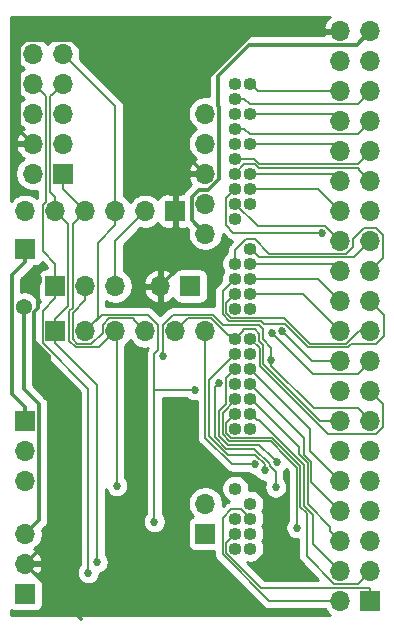
<source format=gbr>
G04 #@! TF.GenerationSoftware,KiCad,Pcbnew,(5.1.5-0)*
G04 #@! TF.CreationDate,2020-01-06T21:53:32-08:00*
G04 #@! TF.ProjectId,cisco_hwic_dev_board,63697363-6f5f-4687-9769-635f6465765f,rev?*
G04 #@! TF.SameCoordinates,Original*
G04 #@! TF.FileFunction,Copper,L2,Bot*
G04 #@! TF.FilePolarity,Positive*
%FSLAX46Y46*%
G04 Gerber Fmt 4.6, Leading zero omitted, Abs format (unit mm)*
G04 Created by KiCad (PCBNEW (5.1.5-0)) date 2020-01-06 21:53:32*
%MOMM*%
%LPD*%
G04 APERTURE LIST*
%ADD10O,1.100000X1.100000*%
%ADD11O,1.700000X1.700000*%
%ADD12R,1.700000X1.700000*%
%ADD13C,1.371600*%
%ADD14C,0.685800*%
%ADD15C,0.304800*%
%ADD16C,0.152400*%
%ADD17C,0.300000*%
%ADD18C,0.254000*%
G04 APERTURE END LIST*
D10*
X-537845000Y580390000D03*
X-539115000Y580390000D03*
X-539115000Y579120000D03*
X-537845000Y577850000D03*
X-539115000Y577850000D03*
X-539115000Y576580000D03*
X-537845000Y575310000D03*
X-539115000Y575310000D03*
X-539115000Y574040000D03*
X-537845000Y572770000D03*
X-539115000Y572770000D03*
X-537845000Y571500000D03*
X-539115000Y571500000D03*
X-537845000Y570230000D03*
X-539115000Y570230000D03*
X-539115000Y568960000D03*
X-537845000Y566420000D03*
X-537845000Y565150000D03*
X-539115000Y565150000D03*
X-537845000Y563880000D03*
X-539115000Y563880000D03*
X-537845000Y562610000D03*
X-539115000Y562610000D03*
X-537845000Y561340000D03*
X-539115000Y561340000D03*
X-537845000Y558800000D03*
X-539115000Y558800000D03*
X-537845000Y557530000D03*
X-539115000Y557530000D03*
X-537845000Y556260000D03*
X-539115000Y556260000D03*
X-537845000Y554990000D03*
X-539115000Y554990000D03*
X-537845000Y553720000D03*
X-539115000Y553720000D03*
X-537845000Y552450000D03*
X-539115000Y552450000D03*
X-537845000Y551180000D03*
X-539115000Y551180000D03*
X-539115000Y546100000D03*
X-537845000Y544830000D03*
X-537845000Y543560000D03*
X-539115000Y543560000D03*
X-537845000Y542290000D03*
X-539115000Y542290000D03*
X-537845000Y541020000D03*
X-539115000Y541020000D03*
D11*
X-530225000Y584835000D03*
X-527685000Y584835000D03*
X-530225000Y582295000D03*
X-527685000Y582295000D03*
X-530225000Y579755000D03*
X-527685000Y579755000D03*
X-530225000Y577215000D03*
X-527685000Y577215000D03*
X-530225000Y574675000D03*
X-527685000Y574675000D03*
X-530225000Y572135000D03*
X-527685000Y572135000D03*
X-530225000Y569595000D03*
X-527685000Y569595000D03*
X-530225000Y567055000D03*
X-527685000Y567055000D03*
X-530225000Y564515000D03*
X-527685000Y564515000D03*
X-530225000Y561975000D03*
X-527685000Y561975000D03*
X-530225000Y559435000D03*
X-527685000Y559435000D03*
X-530225000Y556895000D03*
X-527685000Y556895000D03*
X-530225000Y554355000D03*
X-527685000Y554355000D03*
X-530225000Y551815000D03*
X-527685000Y551815000D03*
X-530225000Y549275000D03*
X-527685000Y549275000D03*
X-530225000Y546735000D03*
X-527685000Y546735000D03*
X-530225000Y544195000D03*
X-527685000Y544195000D03*
X-530225000Y541655000D03*
X-527685000Y541655000D03*
X-530225000Y539115000D03*
X-527685000Y539115000D03*
X-530225000Y536575000D03*
D12*
X-527685000Y536575000D03*
X-556895000Y566420000D03*
D11*
X-541655000Y559435000D03*
X-544195000Y559435000D03*
X-546735000Y559435000D03*
X-549275000Y559435000D03*
X-551815000Y559435000D03*
D12*
X-554355000Y559435000D03*
D11*
X-556895000Y546735000D03*
X-556895000Y549275000D03*
D12*
X-556895000Y551815000D03*
D11*
X-545465000Y563245000D03*
D12*
X-542925000Y563245000D03*
D11*
X-549275000Y563245000D03*
X-551815000Y563245000D03*
D12*
X-554355000Y563245000D03*
D11*
X-556260000Y582930000D03*
X-553720000Y582930000D03*
X-556260000Y580390000D03*
X-553720000Y580390000D03*
X-556260000Y577850000D03*
X-553720000Y577850000D03*
X-556260000Y575310000D03*
X-553720000Y575310000D03*
X-556260000Y572770000D03*
D12*
X-553720000Y572770000D03*
D11*
X-556895000Y569595000D03*
X-554355000Y569595000D03*
X-551815000Y569595000D03*
X-549275000Y569595000D03*
X-546735000Y569595000D03*
D12*
X-544195000Y569595000D03*
D11*
X-541655000Y577850000D03*
X-541655000Y575310000D03*
X-541655000Y572770000D03*
X-541655000Y570230000D03*
X-541655000Y567690000D03*
X-541655000Y544830000D03*
D12*
X-541655000Y542290000D03*
D11*
X-556895000Y542290000D03*
X-556895000Y539750000D03*
D12*
X-556895000Y537210000D03*
D13*
X-556133000Y563753000D03*
X-557022000Y561467000D03*
D14*
X-535175012Y559436958D03*
X-536003490Y559309587D03*
X-536600330Y547641962D03*
X-535619725Y548315357D03*
X-531771030Y567770111D03*
X-535686000Y546227000D03*
X-540475508Y555034632D03*
X-533908000Y542798000D03*
X-545973000Y543306000D03*
X-542544000Y554482000D03*
X-536067000Y557022000D03*
X-545273601Y557338601D03*
X-549148000Y546354000D03*
X-551561000Y538988000D03*
X-550799000Y539877000D03*
X-537427181Y548168809D03*
D15*
X-541655000Y570230000D02*
X-541528000Y570230000D01*
D16*
X-539094679Y569277501D02*
X-538797499Y568980321D01*
X-539277956Y569277501D02*
X-539094679Y569277501D01*
X-543458401Y568961466D02*
X-543458380Y568961487D01*
D15*
X-544195000Y571432081D02*
X-544195000Y570749800D01*
X-544195000Y570749800D02*
X-544195000Y569595000D01*
X-542857081Y572770000D02*
X-544195000Y571432081D01*
X-541655000Y572770000D02*
X-542857081Y572770000D01*
X-556814305Y584084801D02*
X-552969801Y584084801D01*
X-542504999Y573619999D02*
X-541655000Y572770000D01*
X-552969801Y584084801D02*
X-542504999Y573619999D01*
X-557414801Y583484305D02*
X-556814305Y584084801D01*
X-557414801Y576464801D02*
X-557414801Y583484305D01*
X-556260000Y575310000D02*
X-557414801Y576464801D01*
X-544195000Y564515000D02*
X-545465000Y563245000D01*
X-544195000Y569595000D02*
X-544195000Y564515000D01*
X-556895000Y539750000D02*
X-554913791Y541731209D01*
X-555777398Y561372510D02*
X-555777398Y562427531D01*
X-556133000Y562783133D02*
X-556133000Y563753000D01*
X-556133000Y558562688D02*
X-556133000Y561016908D01*
X-556133000Y561016908D02*
X-555777398Y561372510D01*
X-554913791Y541731209D02*
X-554913791Y557343479D01*
X-554913791Y557343479D02*
X-556133000Y558562688D01*
X-555777398Y562427531D02*
X-556133000Y562783133D01*
X-541655000Y572770000D02*
X-543179000Y574294000D01*
X-543179000Y579094824D02*
X-537438824Y584835000D01*
X-543179000Y574294000D02*
X-543179000Y579094824D01*
X-556895000Y539750000D02*
X-552196000Y535051000D01*
X-537438824Y584835000D02*
X-530225000Y584835000D01*
X-556895000Y542290000D02*
X-555740199Y543444801D01*
X-555740199Y543444801D02*
X-555740199Y553223801D01*
X-557022000Y554505602D02*
X-557022000Y561467000D01*
X-555740199Y553223801D02*
X-557022000Y554505602D01*
X-542809801Y570784305D02*
X-542209305Y571384801D01*
X-540500199Y572277403D02*
X-540500199Y578404305D01*
X-540500199Y578404305D02*
X-540579423Y578483529D01*
X-542209305Y571384801D02*
X-541392801Y571384801D01*
X-540579423Y578483529D02*
X-540579423Y581047804D01*
X-540579423Y581047804D02*
X-537947028Y583680199D01*
X-541655000Y567690000D02*
X-542809801Y568844801D01*
X-541392801Y571384801D02*
X-540500199Y572277403D01*
X-542809801Y568844801D02*
X-542809801Y570784305D01*
X-528839801Y583680199D02*
X-527685000Y584835000D01*
X-537947028Y583680199D02*
X-528839801Y583680199D01*
D16*
X-530860000Y565150000D02*
X-530225000Y564515000D01*
X-537845000Y565150000D02*
X-530860000Y565150000D01*
X-539115000Y565927817D02*
X-539115000Y565150000D01*
X-539115000Y566302330D02*
X-539115000Y565927817D01*
X-537471271Y567198601D02*
X-538218729Y567198601D01*
X-536249069Y565976399D02*
X-537471271Y567198601D01*
X-538218729Y567198601D02*
X-539115000Y566302330D01*
X-529146399Y566537271D02*
X-529707271Y565976399D01*
X-529146399Y567189931D02*
X-529146399Y566537271D01*
X-528202729Y568133601D02*
X-529146399Y567189931D01*
X-527167271Y568133601D02*
X-528202729Y568133601D01*
X-529707271Y565976399D02*
X-536249069Y565976399D01*
X-526606399Y567572729D02*
X-527167271Y568133601D01*
X-526606399Y565593601D02*
X-526606399Y567572729D01*
X-527685000Y564515000D02*
X-526606399Y565593601D01*
X-532130000Y563880000D02*
X-530225000Y561975000D01*
X-537845000Y563880000D02*
X-532130000Y563880000D01*
X-540198412Y560840016D02*
X-540198412Y562796588D01*
X-536717393Y560008459D02*
X-536965524Y560256589D01*
X-527177000Y558346670D02*
X-529285934Y558346670D01*
X-529285934Y558346670D02*
X-529581015Y558051588D01*
X-527685000Y561975000D02*
X-526542000Y560832000D01*
X-529581015Y558051588D02*
X-532943820Y558051588D01*
X-526542000Y558981670D02*
X-527177000Y558346670D01*
X-534900691Y560008459D02*
X-536717393Y560008459D01*
X-539614987Y560256591D02*
X-540198412Y560840016D01*
X-532943820Y558051588D02*
X-534900691Y560008459D01*
X-540198412Y562796588D02*
X-539664999Y563330001D01*
X-539664999Y563330001D02*
X-539115000Y563880000D01*
X-526542000Y560832000D02*
X-526542000Y558981670D01*
X-536965524Y560256589D02*
X-539614987Y560256591D01*
X-533400000Y562610000D02*
X-530225000Y559435000D01*
X-537845000Y562610000D02*
X-533400000Y562610000D01*
X-530860000Y577850000D02*
X-530225000Y577215000D01*
X-537845000Y577850000D02*
X-530860000Y577850000D01*
X-539488729Y560561399D02*
X-539893601Y560966271D01*
X-528628671Y559435000D02*
X-529707272Y558356399D01*
X-527685000Y559435000D02*
X-528628671Y559435000D01*
X-535022564Y560561399D02*
X-539488729Y560561399D01*
X-539893601Y560966271D02*
X-539893601Y561831399D01*
X-539893601Y561831399D02*
X-539664999Y562060001D01*
X-532817564Y558356399D02*
X-535022564Y560561399D01*
X-539664999Y562060001D02*
X-539115000Y562610000D01*
X-529707272Y558356399D02*
X-532817564Y558356399D01*
X-538337183Y576580000D02*
X-539115000Y576580000D01*
X-528763601Y576136399D02*
X-537893582Y576136399D01*
X-537893582Y576136399D02*
X-538337183Y576580000D01*
X-527685000Y577215000D02*
X-528763601Y576136399D01*
X-532633054Y556895000D02*
X-534832113Y559094059D01*
X-534832113Y559094059D02*
X-535175012Y559436958D01*
X-530225000Y556895000D02*
X-532633054Y556895000D01*
X-530860000Y575310000D02*
X-530225000Y574675000D01*
X-537845000Y575310000D02*
X-530860000Y575310000D01*
X-535660591Y558966688D02*
X-536003490Y559309587D01*
X-528763601Y555816399D02*
X-532510302Y555816399D01*
X-527685000Y556895000D02*
X-528763601Y555816399D01*
X-532510302Y555816399D02*
X-535660591Y558966688D01*
X-528763601Y573596399D02*
X-537088003Y573596399D01*
X-537088003Y573596399D02*
X-537531604Y574040000D01*
X-527685000Y574675000D02*
X-528763601Y573596399D01*
X-537531604Y574040000D02*
X-538337183Y574040000D01*
X-538337183Y574040000D02*
X-539115000Y574040000D01*
X-530860000Y572770000D02*
X-530225000Y572135000D01*
X-537845000Y572770000D02*
X-530860000Y572770000D01*
X-539664999Y556980001D02*
X-539115000Y557530000D01*
X-540131000Y556514000D02*
X-539664999Y556980001D01*
X-540198412Y556446588D02*
X-540131000Y556514000D01*
X-541350189Y550538590D02*
X-539769100Y548957501D01*
X-539769100Y548957501D02*
X-537407635Y548957501D01*
X-541350189Y555294811D02*
X-541350189Y550538590D01*
X-536600330Y548150196D02*
X-536600330Y548126895D01*
X-537407635Y548957501D02*
X-536600330Y548150196D01*
X-540131000Y556514000D02*
X-541350189Y555294811D01*
X-536600330Y548126895D02*
X-536600330Y547641962D01*
X-537136271Y573213601D02*
X-528763601Y573213601D01*
X-537471271Y573548601D02*
X-537136271Y573213601D01*
X-538336399Y573548601D02*
X-537471271Y573548601D01*
X-528534999Y572984999D02*
X-527685000Y572135000D01*
X-528763601Y573213601D02*
X-528534999Y572984999D01*
X-539115000Y572770000D02*
X-538336399Y573548601D01*
X-537845000Y556260000D02*
X-532765000Y551180000D01*
X-532765000Y549275000D02*
X-530225000Y546735000D01*
X-532765000Y551180000D02*
X-532765000Y549275000D01*
X-532130000Y571500000D02*
X-530225000Y569595000D01*
X-537845000Y571500000D02*
X-532130000Y571500000D01*
X-540503223Y552645174D02*
X-540503223Y550553759D01*
X-539893601Y553254795D02*
X-540503223Y552645174D01*
X-535962624Y548658256D02*
X-535619725Y548315357D01*
X-539115000Y556260000D02*
X-539893601Y555481399D01*
X-539893601Y555481399D02*
X-539893601Y553254795D01*
X-539741241Y549791777D02*
X-537096145Y549791777D01*
X-540503223Y550553759D02*
X-539741241Y549791777D01*
X-537096145Y549791777D02*
X-535962624Y548658256D01*
X-539115000Y571500000D02*
X-539940501Y570674499D01*
X-539940501Y568431679D02*
X-539278933Y567770111D01*
X-532255963Y567770111D02*
X-531771030Y567770111D01*
X-539278933Y567770111D02*
X-532255963Y567770111D01*
X-539940501Y570674499D02*
X-539940501Y568431679D01*
X-537845000Y554990000D02*
X-533256429Y550401429D01*
X-531074999Y545044999D02*
X-530225000Y544195000D01*
X-532688756Y546658756D02*
X-531074999Y545044999D01*
X-533256429Y550401429D02*
X-533256429Y548950697D01*
X-532688756Y548383024D02*
X-532688756Y546658756D01*
X-533256429Y548950697D02*
X-532688756Y548383024D01*
X-537210000Y579755000D02*
X-537845000Y580390000D01*
X-530225000Y579755000D02*
X-537210000Y579755000D01*
X-536191227Y548172159D02*
X-537506034Y549486966D01*
X-535686000Y546227000D02*
X-535686000Y547535808D01*
X-536191227Y548041035D02*
X-536191227Y548172159D01*
X-539867497Y549486966D02*
X-540818407Y550437876D01*
X-540818407Y550437876D02*
X-540818407Y554691733D01*
X-535686000Y547535808D02*
X-536191227Y548041035D01*
X-540818407Y554691733D02*
X-540475508Y555034632D01*
X-537506034Y549486966D02*
X-539867497Y549486966D01*
X-538337183Y579120000D02*
X-539115000Y579120000D01*
X-537893582Y578676399D02*
X-538337183Y579120000D01*
X-528763601Y578676399D02*
X-537893582Y578676399D01*
X-527685000Y579755000D02*
X-528763601Y578676399D01*
X-537295001Y553170001D02*
X-537845000Y553720000D01*
X-532993567Y544784592D02*
X-532993567Y548256768D01*
X-531074999Y542866024D02*
X-532993567Y544784592D01*
X-533751138Y549626138D02*
X-537295001Y553170001D01*
X-530225000Y541655000D02*
X-531074999Y542504999D01*
X-531074999Y542504999D02*
X-531074999Y542866024D01*
X-532993567Y548256768D02*
X-533751138Y549014338D01*
X-533751138Y549014338D02*
X-533751138Y549626138D01*
X-540198412Y552518918D02*
X-540198412Y550680015D01*
X-540198412Y550680015D02*
X-539614985Y550096588D01*
X-539115000Y553602330D02*
X-540198412Y552518918D01*
X-539115000Y553720000D02*
X-539115000Y553602330D01*
X-536126588Y550096588D02*
X-534797000Y548767000D01*
X-539614985Y550096588D02*
X-536126588Y550096588D01*
X-534860498Y548830498D02*
X-534797000Y548767000D01*
X-533908000Y547878000D02*
X-534797000Y548767000D01*
X-533908000Y542798000D02*
X-533908000Y547878000D01*
X-529068412Y565671588D02*
X-537096588Y565671588D01*
X-537295001Y565870001D02*
X-537845000Y566420000D01*
X-537096588Y565671588D02*
X-537295001Y565870001D01*
X-527685000Y567055000D02*
X-529068412Y565671588D01*
X-532523687Y543883645D02*
X-533298378Y544658336D01*
X-537295001Y551900001D02*
X-537845000Y552450000D01*
X-530225000Y539115000D02*
X-532523687Y541413687D01*
X-533298378Y544658336D02*
X-533298378Y548130512D01*
X-537067867Y551900001D02*
X-537295001Y551900001D01*
X-532523687Y541413687D02*
X-532523687Y543883645D01*
X-533298378Y548130512D02*
X-537067867Y551900001D01*
X-544372811Y558919365D02*
X-544089588Y559202588D01*
X-538336399Y559578601D02*
X-538565001Y559349999D01*
X-537471271Y559578601D02*
X-538336399Y559578601D01*
X-530225000Y551815000D02*
X-531926067Y551815000D01*
X-531926067Y551815000D02*
X-536752811Y556641744D01*
X-536752811Y556641744D02*
X-536752811Y558292744D01*
X-536752811Y558292744D02*
X-537066399Y558606332D01*
X-538565001Y559349999D02*
X-539115000Y558800000D01*
X-537066399Y559173729D02*
X-537471271Y559578601D01*
X-537066399Y558606332D02*
X-537066399Y559173729D01*
X-541137270Y560513601D02*
X-543116399Y560513601D01*
X-539973668Y559349999D02*
X-541137270Y560513601D01*
X-543345001Y560284999D02*
X-544195000Y559435000D01*
X-543116399Y560513601D02*
X-543345001Y560284999D01*
X-541137271Y560513601D02*
X-543116399Y560513601D01*
X-539750000Y559126330D02*
X-541137271Y560513601D01*
X-539441330Y559126330D02*
X-539115000Y558800000D01*
X-539750000Y559126330D02*
X-539441330Y559126330D01*
X-549275000Y578485000D02*
X-553720000Y582930000D01*
X-549275000Y569595000D02*
X-549275000Y578485000D01*
X-550736399Y560513601D02*
X-550965001Y560284999D01*
X-549275000Y568392919D02*
X-550736399Y566931520D01*
X-550965001Y560284999D02*
X-551815000Y559435000D01*
X-550736399Y566931520D02*
X-550736399Y560513601D01*
X-549275000Y569595000D02*
X-549275000Y568392919D01*
X-551815000Y559435000D02*
X-550431588Y560818412D01*
X-545630101Y557827923D02*
X-545973000Y557485024D01*
X-550431588Y560818412D02*
X-546522082Y560818412D01*
X-546522082Y560818412D02*
X-545630101Y559926431D01*
X-545630101Y559926431D02*
X-545630101Y557827923D01*
X-545973000Y543790933D02*
X-545973000Y543306000D01*
X-542544000Y554482000D02*
X-543028933Y554482000D01*
X-545973000Y557485024D02*
X-545973000Y556768000D01*
X-543028933Y554482000D02*
X-545973000Y554482000D01*
X-545973000Y554482000D02*
X-545973000Y543790933D01*
X-545973000Y556768000D02*
X-545973000Y554482000D01*
X-533603189Y548004256D02*
X-536000332Y550401399D01*
X-528763601Y538036399D02*
X-530742729Y538036399D01*
X-539664999Y551900001D02*
X-539115000Y552450000D01*
X-533082498Y544006272D02*
X-533603189Y544526963D01*
X-539488729Y550401399D02*
X-539893601Y550806271D01*
X-533603189Y544526963D02*
X-533603189Y548004256D01*
X-536000332Y550401399D02*
X-539488729Y550401399D01*
X-530742729Y538036399D02*
X-533082498Y540376168D01*
X-539893601Y550806271D02*
X-539893601Y551671399D01*
X-527685000Y539115000D02*
X-528763601Y538036399D01*
X-539893601Y551671399D02*
X-539664999Y551900001D01*
X-533082498Y540376168D02*
X-533082498Y544006272D01*
X-528763601Y552893601D02*
X-532446601Y552893601D01*
X-527685000Y551815000D02*
X-528763601Y552893601D01*
X-536067000Y556514000D02*
X-536067000Y557022000D01*
X-532446601Y552893601D02*
X-536067000Y556514000D01*
X-536067000Y557022000D02*
X-536067000Y558038000D01*
X-536067000Y558038000D02*
X-536761588Y558732588D01*
X-536761588Y558732588D02*
X-536761588Y559621588D01*
X-545273601Y559952729D02*
X-545273601Y557338601D01*
X-537091779Y559951779D02*
X-540144385Y559951782D01*
X-540144385Y559951782D02*
X-541011015Y560818412D01*
X-536761588Y559621588D02*
X-537091779Y559951779D01*
X-541011015Y560818412D02*
X-544407918Y560818412D01*
X-544407918Y560818412D02*
X-545273601Y559952729D01*
X-538394999Y544109999D02*
X-537845000Y543560000D01*
X-538623601Y544338601D02*
X-538394999Y544109999D01*
X-539488729Y544338601D02*
X-538623601Y544338601D01*
X-540198412Y543628918D02*
X-539488729Y544338601D01*
X-540198412Y540520015D02*
X-540198412Y543628918D01*
X-536253397Y536575000D02*
X-540198412Y540520015D01*
X-530225000Y536575000D02*
X-536253397Y536575000D01*
X-539893601Y541511399D02*
X-539664999Y541740001D01*
X-527685000Y536575000D02*
X-527685000Y537577400D01*
X-527685000Y537577400D02*
X-527774789Y537667189D01*
X-539893601Y540646271D02*
X-539893601Y541511399D01*
X-536914519Y537667189D02*
X-539893601Y540646271D01*
X-539664999Y541740001D02*
X-539115000Y542290000D01*
X-527774789Y537667189D02*
X-536914519Y537667189D01*
X-553720000Y571500000D02*
X-553720000Y572770000D01*
X-551815000Y569595000D02*
X-553720000Y571500000D01*
X-552640655Y558051588D02*
X-550658412Y558051588D01*
X-550124999Y558585001D02*
X-549275000Y559435000D01*
X-553198412Y558609345D02*
X-552640655Y558051588D01*
X-552893601Y561395384D02*
X-553198412Y561090574D01*
X-553198412Y561090574D02*
X-553198412Y558609345D01*
X-551815000Y569595000D02*
X-552893601Y568516399D01*
X-552893601Y568516399D02*
X-552893601Y561395384D01*
X-550658412Y558051588D02*
X-550124999Y558585001D01*
X-549148000Y559308000D02*
X-549275000Y559435000D01*
X-549148000Y546354000D02*
X-549148000Y559308000D01*
X-526606399Y553276399D02*
X-526835001Y553505001D01*
X-537845000Y558800000D02*
X-537057622Y558012622D01*
X-526606399Y551297271D02*
X-526606399Y553276399D01*
X-531278533Y550736399D02*
X-527167271Y550736399D01*
X-526835001Y553505001D02*
X-527685000Y554355000D01*
X-527167271Y550736399D02*
X-526606399Y551297271D01*
X-537057622Y558012622D02*
X-537057622Y556515488D01*
X-537057622Y556515488D02*
X-531278533Y550736399D01*
X-555433601Y570112729D02*
X-555433601Y566228601D01*
X-555181399Y570364931D02*
X-555433601Y570112729D01*
X-555181399Y579311399D02*
X-555181399Y570364931D01*
X-556260000Y580390000D02*
X-555181399Y579311399D01*
X-554355000Y565150000D02*
X-554355000Y563245000D01*
X-555433601Y566228601D02*
X-554355000Y565150000D01*
X-551561000Y538988000D02*
X-551561000Y554529518D01*
X-551561000Y554529518D02*
X-555433601Y558402119D01*
X-554355000Y562242600D02*
X-554355000Y563245000D01*
X-555433601Y561163999D02*
X-554355000Y562242600D01*
X-555433601Y558402119D02*
X-555433601Y561163999D01*
X-554798601Y579311399D02*
X-554569999Y579540001D01*
X-554798601Y571240682D02*
X-554798601Y579311399D01*
X-554355000Y570797081D02*
X-554798601Y571240682D01*
X-554569999Y579540001D02*
X-553720000Y580390000D01*
X-554355000Y569595000D02*
X-554355000Y570797081D01*
X-554355000Y559435000D02*
X-554355000Y560437400D01*
X-553276399Y561529601D02*
X-553276399Y568516399D01*
X-553847000Y560945400D02*
X-553847000Y560959000D01*
X-553276399Y568516399D02*
X-553505001Y568745001D01*
X-554355000Y560437400D02*
X-553847000Y560945400D01*
X-553505001Y568745001D02*
X-554355000Y569595000D01*
X-553847000Y560959000D02*
X-553276399Y561529601D01*
X-554355000Y558432600D02*
X-554355000Y559435000D01*
X-550799000Y539877000D02*
X-550799000Y554876600D01*
X-550799000Y554876600D02*
X-554355000Y558432600D01*
X-549275000Y567055000D02*
X-546735000Y569595000D01*
X-549275000Y563245000D02*
X-549275000Y567055000D01*
X-551815000Y562042919D02*
X-552893601Y560964318D01*
X-551815000Y563245000D02*
X-551815000Y562042919D01*
X-552893601Y560964318D02*
X-552893601Y558735601D01*
X-547584999Y560284999D02*
X-546735000Y559435000D01*
X-547813601Y560513601D02*
X-547584999Y560284999D01*
X-549792729Y560513601D02*
X-547813601Y560513601D01*
X-550353601Y559952729D02*
X-549792729Y560513601D01*
X-551297271Y558356399D02*
X-550353601Y559300069D01*
X-552514399Y558356399D02*
X-551297271Y558356399D01*
X-550353601Y559300069D02*
X-550353601Y559952729D01*
X-552893601Y558735601D02*
X-552514399Y558356399D01*
D17*
X-556895000Y565270000D02*
X-556895000Y566420000D01*
X-556895000Y552965000D02*
X-558010202Y554080202D01*
X-556895000Y551815000D02*
X-556895000Y552965000D01*
X-558010202Y554080202D02*
X-558010202Y564154798D01*
X-558010202Y564154798D02*
X-556895000Y565270000D01*
D16*
X-539115000Y570230000D02*
X-537226612Y568341612D01*
X-531511612Y568341612D02*
X-531074999Y567904999D01*
X-537226612Y568341612D02*
X-531511612Y568341612D01*
X-531074999Y567904999D02*
X-530225000Y567055000D01*
X-539411474Y548168809D02*
X-537912114Y548168809D01*
X-541655000Y550412335D02*
X-539411474Y548168809D01*
X-541655000Y559435000D02*
X-541655000Y550412335D01*
X-537912114Y548168809D02*
X-537427181Y548168809D01*
D18*
G36*
X-556144801Y558437045D02*
G01*
X-556148241Y558402119D01*
X-556144801Y558367193D01*
X-556144801Y558367184D01*
X-556134510Y558262700D01*
X-556093843Y558128639D01*
X-556027803Y558005087D01*
X-555938928Y557896793D01*
X-555911790Y557874521D01*
X-552272199Y554234929D01*
X-552272200Y539659760D01*
X-552320585Y539611375D01*
X-552427604Y539451210D01*
X-552501320Y539273243D01*
X-552538900Y539084315D01*
X-552538900Y538891685D01*
X-552501320Y538702757D01*
X-552427604Y538524790D01*
X-552320585Y538364625D01*
X-552184375Y538228415D01*
X-552024210Y538121396D01*
X-551846243Y538047680D01*
X-551657315Y538010100D01*
X-551464685Y538010100D01*
X-551275757Y538047680D01*
X-551097790Y538121396D01*
X-550937625Y538228415D01*
X-550801415Y538364625D01*
X-550694396Y538524790D01*
X-550620680Y538702757D01*
X-550583100Y538891685D01*
X-550583100Y538922887D01*
X-550513757Y538936680D01*
X-550335790Y539010396D01*
X-550175625Y539117415D01*
X-550039415Y539253625D01*
X-549932396Y539413790D01*
X-549858680Y539591757D01*
X-549821100Y539780685D01*
X-549821100Y539973315D01*
X-549858680Y540162243D01*
X-549932396Y540340210D01*
X-550039415Y540500375D01*
X-550087800Y540548760D01*
X-550087800Y546067502D01*
X-550014604Y545890790D01*
X-549907585Y545730625D01*
X-549771375Y545594415D01*
X-549611210Y545487396D01*
X-549433243Y545413680D01*
X-549244315Y545376100D01*
X-549051685Y545376100D01*
X-548862757Y545413680D01*
X-548684790Y545487396D01*
X-548524625Y545594415D01*
X-548388415Y545730625D01*
X-548281396Y545890790D01*
X-548207680Y546068757D01*
X-548170100Y546257685D01*
X-548170100Y546450315D01*
X-548207680Y546639243D01*
X-548281396Y546817210D01*
X-548388415Y546977375D01*
X-548436800Y547025760D01*
X-548436800Y558209073D01*
X-548328368Y558281525D01*
X-548121525Y558488368D01*
X-548005000Y558662760D01*
X-547888475Y558488368D01*
X-547681632Y558281525D01*
X-547438411Y558119010D01*
X-547168158Y558007068D01*
X-546881260Y557950000D01*
X-546588740Y557950000D01*
X-546496361Y557968375D01*
X-546567202Y557882056D01*
X-546633242Y557758504D01*
X-546673909Y557624443D01*
X-546684200Y557519959D01*
X-546684200Y557519950D01*
X-546687640Y557485024D01*
X-546684200Y557450098D01*
X-546684200Y556802935D01*
X-546684199Y554516946D01*
X-546687641Y554482000D01*
X-546684200Y554447064D01*
X-546684199Y543977761D01*
X-546732585Y543929375D01*
X-546839604Y543769210D01*
X-546913320Y543591243D01*
X-546950900Y543402315D01*
X-546950900Y543209685D01*
X-546913320Y543020757D01*
X-546839604Y542842790D01*
X-546732585Y542682625D01*
X-546596375Y542546415D01*
X-546436210Y542439396D01*
X-546258243Y542365680D01*
X-546069315Y542328100D01*
X-545876685Y542328100D01*
X-545687757Y542365680D01*
X-545509790Y542439396D01*
X-545349625Y542546415D01*
X-545213415Y542682625D01*
X-545106396Y542842790D01*
X-545032680Y543020757D01*
X-544995100Y543209685D01*
X-544995100Y543402315D01*
X-545032680Y543591243D01*
X-545106396Y543769210D01*
X-545213415Y543929375D01*
X-545261800Y543977760D01*
X-545261800Y553770800D01*
X-543215760Y553770800D01*
X-543167375Y553722415D01*
X-543007210Y553615396D01*
X-542829243Y553541680D01*
X-542640315Y553504100D01*
X-542447685Y553504100D01*
X-542366199Y553520308D01*
X-542366199Y550447271D01*
X-542369640Y550412335D01*
X-542366199Y550377399D01*
X-542355908Y550272915D01*
X-542316255Y550142197D01*
X-542315241Y550138854D01*
X-542249202Y550015303D01*
X-542191003Y549944388D01*
X-542160326Y549907008D01*
X-542133190Y549884738D01*
X-539939071Y547690618D01*
X-539916801Y547663482D01*
X-539808507Y547574607D01*
X-539684955Y547508567D01*
X-539550894Y547467900D01*
X-539446410Y547457609D01*
X-539446403Y547457609D01*
X-539411474Y547454169D01*
X-539376546Y547457609D01*
X-538098941Y547457609D01*
X-538050556Y547409224D01*
X-537890391Y547302205D01*
X-537712424Y547228489D01*
X-537523496Y547190909D01*
X-537471970Y547190909D01*
X-537466934Y547178752D01*
X-537359915Y547018587D01*
X-537223705Y546882377D01*
X-537063540Y546775358D01*
X-536885573Y546701642D01*
X-536696645Y546664062D01*
X-536563435Y546664062D01*
X-536626320Y546512243D01*
X-536663900Y546323315D01*
X-536663900Y546130685D01*
X-536626320Y545941757D01*
X-536552604Y545763790D01*
X-536445585Y545603625D01*
X-536309375Y545467415D01*
X-536149210Y545360396D01*
X-535971243Y545286680D01*
X-535782315Y545249100D01*
X-535589685Y545249100D01*
X-535400757Y545286680D01*
X-535222790Y545360396D01*
X-535062625Y545467415D01*
X-534926415Y545603625D01*
X-534819396Y545763790D01*
X-534745680Y545941757D01*
X-534708100Y546130685D01*
X-534708100Y546323315D01*
X-534745680Y546512243D01*
X-534819396Y546690210D01*
X-534926415Y546850375D01*
X-534974800Y546898760D01*
X-534974800Y547500880D01*
X-534971360Y547535808D01*
X-534974800Y547570737D01*
X-534974800Y547570744D01*
X-534975390Y547576732D01*
X-534860140Y547691982D01*
X-534807120Y547771332D01*
X-534619199Y547583411D01*
X-534619200Y543469760D01*
X-534667585Y543421375D01*
X-534774604Y543261210D01*
X-534848320Y543083243D01*
X-534885900Y542894315D01*
X-534885900Y542701685D01*
X-534848320Y542512757D01*
X-534774604Y542334790D01*
X-534667585Y542174625D01*
X-534531375Y542038415D01*
X-534371210Y541931396D01*
X-534193243Y541857680D01*
X-534004315Y541820100D01*
X-533811685Y541820100D01*
X-533793698Y541823678D01*
X-533793698Y540411094D01*
X-533797138Y540376168D01*
X-533793698Y540341242D01*
X-533793698Y540341233D01*
X-533783407Y540236749D01*
X-533742740Y540102688D01*
X-533676700Y539979136D01*
X-533587825Y539870842D01*
X-533560687Y539848570D01*
X-532090507Y538378389D01*
X-536619931Y538378389D01*
X-538105055Y539863513D01*
X-537961712Y539835000D01*
X-537728288Y539835000D01*
X-537499348Y539880539D01*
X-537283692Y539969866D01*
X-537089606Y540099550D01*
X-536924550Y540264606D01*
X-536794866Y540458692D01*
X-536705539Y540674348D01*
X-536660000Y540903288D01*
X-536660000Y541136712D01*
X-536705539Y541365652D01*
X-536794866Y541581308D01*
X-536844105Y541655000D01*
X-536794866Y541728692D01*
X-536705539Y541944348D01*
X-536660000Y542173288D01*
X-536660000Y542406712D01*
X-536705539Y542635652D01*
X-536794866Y542851308D01*
X-536844105Y542925000D01*
X-536794866Y542998692D01*
X-536705539Y543214348D01*
X-536660000Y543443288D01*
X-536660000Y543676712D01*
X-536705539Y543905652D01*
X-536794866Y544121308D01*
X-536844105Y544195000D01*
X-536794866Y544268692D01*
X-536705539Y544484348D01*
X-536660000Y544713288D01*
X-536660000Y544946712D01*
X-536705539Y545175652D01*
X-536794866Y545391308D01*
X-536924550Y545585394D01*
X-537089606Y545750450D01*
X-537283692Y545880134D01*
X-537499348Y545969461D01*
X-537728288Y546015000D01*
X-537930000Y546015000D01*
X-537930000Y546216712D01*
X-537975539Y546445652D01*
X-538064866Y546661308D01*
X-538194550Y546855394D01*
X-538359606Y547020450D01*
X-538553692Y547150134D01*
X-538769348Y547239461D01*
X-538998288Y547285000D01*
X-539231712Y547285000D01*
X-539460652Y547239461D01*
X-539676308Y547150134D01*
X-539870394Y547020450D01*
X-540035450Y546855394D01*
X-540165134Y546661308D01*
X-540254461Y546445652D01*
X-540300000Y546216712D01*
X-540300000Y545983288D01*
X-540254461Y545754348D01*
X-540165134Y545538692D01*
X-540035450Y545344606D01*
X-539870394Y545179550D01*
X-539676308Y545049866D01*
X-539641517Y545035455D01*
X-539762210Y544998843D01*
X-539859740Y544946712D01*
X-539885762Y544932803D01*
X-539966921Y544866198D01*
X-539966925Y544866194D01*
X-539994056Y544843928D01*
X-540016322Y544816797D01*
X-540175120Y544657998D01*
X-540170000Y544683740D01*
X-540170000Y544976260D01*
X-540227068Y545263158D01*
X-540339010Y545533411D01*
X-540501525Y545776632D01*
X-540708368Y545983475D01*
X-540951589Y546145990D01*
X-541221842Y546257932D01*
X-541508740Y546315000D01*
X-541801260Y546315000D01*
X-542088158Y546257932D01*
X-542358411Y546145990D01*
X-542601632Y545983475D01*
X-542808475Y545776632D01*
X-542970990Y545533411D01*
X-543082932Y545263158D01*
X-543140000Y544976260D01*
X-543140000Y544683740D01*
X-543082932Y544396842D01*
X-542970990Y544126589D01*
X-542808475Y543883368D01*
X-542676620Y543751513D01*
X-542749180Y543729502D01*
X-542859494Y543670537D01*
X-542956185Y543591185D01*
X-543035537Y543494494D01*
X-543094502Y543384180D01*
X-543130812Y543264482D01*
X-543143072Y543140000D01*
X-543143072Y541440000D01*
X-543130812Y541315518D01*
X-543094502Y541195820D01*
X-543035537Y541085506D01*
X-542956185Y540988815D01*
X-542859494Y540909463D01*
X-542749180Y540850498D01*
X-542629482Y540814188D01*
X-542505000Y540801928D01*
X-540909612Y540801928D01*
X-540909612Y540554941D01*
X-540913052Y540520015D01*
X-540909612Y540485089D01*
X-540909612Y540485080D01*
X-540899321Y540380596D01*
X-540858654Y540246535D01*
X-540792614Y540122983D01*
X-540703739Y540014689D01*
X-540676602Y539992417D01*
X-536780990Y536096804D01*
X-536758724Y536069673D01*
X-536731593Y536047407D01*
X-536731588Y536047402D01*
X-536650430Y535980798D01*
X-536526879Y535914758D01*
X-536507287Y535908815D01*
X-536392817Y535874091D01*
X-536288333Y535863800D01*
X-536288326Y535863800D01*
X-536253397Y535860360D01*
X-536218469Y535863800D01*
X-531535786Y535863800D01*
X-531378475Y535628368D01*
X-531171632Y535421525D01*
X-531072070Y535355000D01*
X-558115000Y535355000D01*
X-558115000Y535842188D01*
X-558099494Y535829463D01*
X-557989180Y535770498D01*
X-557869482Y535734188D01*
X-557745000Y535721928D01*
X-556045000Y535721928D01*
X-555920518Y535734188D01*
X-555800820Y535770498D01*
X-555690506Y535829463D01*
X-555593815Y535908815D01*
X-555514463Y536005506D01*
X-555455498Y536115820D01*
X-555419188Y536235518D01*
X-555406928Y536360000D01*
X-555406928Y538060000D01*
X-555419188Y538184482D01*
X-555455498Y538304180D01*
X-555514463Y538414494D01*
X-555593815Y538511185D01*
X-555690506Y538590537D01*
X-555800820Y538649502D01*
X-555881466Y538673966D01*
X-555797412Y538749731D01*
X-555623359Y538983080D01*
X-555498175Y539245901D01*
X-555453524Y539393110D01*
X-555574845Y539623000D01*
X-556768000Y539623000D01*
X-556768000Y539603000D01*
X-557022000Y539603000D01*
X-557022000Y539623000D01*
X-557042000Y539623000D01*
X-557042000Y539877000D01*
X-557022000Y539877000D01*
X-557022000Y539897000D01*
X-556768000Y539897000D01*
X-556768000Y539877000D01*
X-555574845Y539877000D01*
X-555453524Y540106890D01*
X-555498175Y540254099D01*
X-555623359Y540516920D01*
X-555797412Y540750269D01*
X-556013645Y540945178D01*
X-556130534Y541014805D01*
X-555948368Y541136525D01*
X-555741525Y541343368D01*
X-555579010Y541586589D01*
X-555467068Y541856842D01*
X-555410000Y542143740D01*
X-555410000Y542436260D01*
X-555447361Y542624087D01*
X-555210765Y542860683D01*
X-555180730Y542885332D01*
X-555127460Y542950241D01*
X-555087698Y542998692D01*
X-555082333Y543005229D01*
X-555009217Y543142018D01*
X-554964193Y543290444D01*
X-554952799Y543406128D01*
X-554952799Y543406137D01*
X-554948991Y543444800D01*
X-554952799Y543483463D01*
X-554952799Y553185139D01*
X-554948991Y553223802D01*
X-554952799Y553262465D01*
X-554952799Y553262474D01*
X-554964193Y553378158D01*
X-555009217Y553526584D01*
X-555082333Y553663373D01*
X-555124204Y553714393D01*
X-555156078Y553753232D01*
X-555156080Y553753234D01*
X-555180730Y553783270D01*
X-555210766Y553807920D01*
X-556234600Y554831752D01*
X-556234600Y560404611D01*
X-556180039Y560441067D01*
X-556144800Y560476306D01*
X-556144801Y558437045D01*
G37*
X-556144801Y558437045D02*
X-556148241Y558402119D01*
X-556144801Y558367193D01*
X-556144801Y558367184D01*
X-556134510Y558262700D01*
X-556093843Y558128639D01*
X-556027803Y558005087D01*
X-555938928Y557896793D01*
X-555911790Y557874521D01*
X-552272199Y554234929D01*
X-552272200Y539659760D01*
X-552320585Y539611375D01*
X-552427604Y539451210D01*
X-552501320Y539273243D01*
X-552538900Y539084315D01*
X-552538900Y538891685D01*
X-552501320Y538702757D01*
X-552427604Y538524790D01*
X-552320585Y538364625D01*
X-552184375Y538228415D01*
X-552024210Y538121396D01*
X-551846243Y538047680D01*
X-551657315Y538010100D01*
X-551464685Y538010100D01*
X-551275757Y538047680D01*
X-551097790Y538121396D01*
X-550937625Y538228415D01*
X-550801415Y538364625D01*
X-550694396Y538524790D01*
X-550620680Y538702757D01*
X-550583100Y538891685D01*
X-550583100Y538922887D01*
X-550513757Y538936680D01*
X-550335790Y539010396D01*
X-550175625Y539117415D01*
X-550039415Y539253625D01*
X-549932396Y539413790D01*
X-549858680Y539591757D01*
X-549821100Y539780685D01*
X-549821100Y539973315D01*
X-549858680Y540162243D01*
X-549932396Y540340210D01*
X-550039415Y540500375D01*
X-550087800Y540548760D01*
X-550087800Y546067502D01*
X-550014604Y545890790D01*
X-549907585Y545730625D01*
X-549771375Y545594415D01*
X-549611210Y545487396D01*
X-549433243Y545413680D01*
X-549244315Y545376100D01*
X-549051685Y545376100D01*
X-548862757Y545413680D01*
X-548684790Y545487396D01*
X-548524625Y545594415D01*
X-548388415Y545730625D01*
X-548281396Y545890790D01*
X-548207680Y546068757D01*
X-548170100Y546257685D01*
X-548170100Y546450315D01*
X-548207680Y546639243D01*
X-548281396Y546817210D01*
X-548388415Y546977375D01*
X-548436800Y547025760D01*
X-548436800Y558209073D01*
X-548328368Y558281525D01*
X-548121525Y558488368D01*
X-548005000Y558662760D01*
X-547888475Y558488368D01*
X-547681632Y558281525D01*
X-547438411Y558119010D01*
X-547168158Y558007068D01*
X-546881260Y557950000D01*
X-546588740Y557950000D01*
X-546496361Y557968375D01*
X-546567202Y557882056D01*
X-546633242Y557758504D01*
X-546673909Y557624443D01*
X-546684200Y557519959D01*
X-546684200Y557519950D01*
X-546687640Y557485024D01*
X-546684200Y557450098D01*
X-546684200Y556802935D01*
X-546684199Y554516946D01*
X-546687641Y554482000D01*
X-546684200Y554447064D01*
X-546684199Y543977761D01*
X-546732585Y543929375D01*
X-546839604Y543769210D01*
X-546913320Y543591243D01*
X-546950900Y543402315D01*
X-546950900Y543209685D01*
X-546913320Y543020757D01*
X-546839604Y542842790D01*
X-546732585Y542682625D01*
X-546596375Y542546415D01*
X-546436210Y542439396D01*
X-546258243Y542365680D01*
X-546069315Y542328100D01*
X-545876685Y542328100D01*
X-545687757Y542365680D01*
X-545509790Y542439396D01*
X-545349625Y542546415D01*
X-545213415Y542682625D01*
X-545106396Y542842790D01*
X-545032680Y543020757D01*
X-544995100Y543209685D01*
X-544995100Y543402315D01*
X-545032680Y543591243D01*
X-545106396Y543769210D01*
X-545213415Y543929375D01*
X-545261800Y543977760D01*
X-545261800Y553770800D01*
X-543215760Y553770800D01*
X-543167375Y553722415D01*
X-543007210Y553615396D01*
X-542829243Y553541680D01*
X-542640315Y553504100D01*
X-542447685Y553504100D01*
X-542366199Y553520308D01*
X-542366199Y550447271D01*
X-542369640Y550412335D01*
X-542366199Y550377399D01*
X-542355908Y550272915D01*
X-542316255Y550142197D01*
X-542315241Y550138854D01*
X-542249202Y550015303D01*
X-542191003Y549944388D01*
X-542160326Y549907008D01*
X-542133190Y549884738D01*
X-539939071Y547690618D01*
X-539916801Y547663482D01*
X-539808507Y547574607D01*
X-539684955Y547508567D01*
X-539550894Y547467900D01*
X-539446410Y547457609D01*
X-539446403Y547457609D01*
X-539411474Y547454169D01*
X-539376546Y547457609D01*
X-538098941Y547457609D01*
X-538050556Y547409224D01*
X-537890391Y547302205D01*
X-537712424Y547228489D01*
X-537523496Y547190909D01*
X-537471970Y547190909D01*
X-537466934Y547178752D01*
X-537359915Y547018587D01*
X-537223705Y546882377D01*
X-537063540Y546775358D01*
X-536885573Y546701642D01*
X-536696645Y546664062D01*
X-536563435Y546664062D01*
X-536626320Y546512243D01*
X-536663900Y546323315D01*
X-536663900Y546130685D01*
X-536626320Y545941757D01*
X-536552604Y545763790D01*
X-536445585Y545603625D01*
X-536309375Y545467415D01*
X-536149210Y545360396D01*
X-535971243Y545286680D01*
X-535782315Y545249100D01*
X-535589685Y545249100D01*
X-535400757Y545286680D01*
X-535222790Y545360396D01*
X-535062625Y545467415D01*
X-534926415Y545603625D01*
X-534819396Y545763790D01*
X-534745680Y545941757D01*
X-534708100Y546130685D01*
X-534708100Y546323315D01*
X-534745680Y546512243D01*
X-534819396Y546690210D01*
X-534926415Y546850375D01*
X-534974800Y546898760D01*
X-534974800Y547500880D01*
X-534971360Y547535808D01*
X-534974800Y547570737D01*
X-534974800Y547570744D01*
X-534975390Y547576732D01*
X-534860140Y547691982D01*
X-534807120Y547771332D01*
X-534619199Y547583411D01*
X-534619200Y543469760D01*
X-534667585Y543421375D01*
X-534774604Y543261210D01*
X-534848320Y543083243D01*
X-534885900Y542894315D01*
X-534885900Y542701685D01*
X-534848320Y542512757D01*
X-534774604Y542334790D01*
X-534667585Y542174625D01*
X-534531375Y542038415D01*
X-534371210Y541931396D01*
X-534193243Y541857680D01*
X-534004315Y541820100D01*
X-533811685Y541820100D01*
X-533793698Y541823678D01*
X-533793698Y540411094D01*
X-533797138Y540376168D01*
X-533793698Y540341242D01*
X-533793698Y540341233D01*
X-533783407Y540236749D01*
X-533742740Y540102688D01*
X-533676700Y539979136D01*
X-533587825Y539870842D01*
X-533560687Y539848570D01*
X-532090507Y538378389D01*
X-536619931Y538378389D01*
X-538105055Y539863513D01*
X-537961712Y539835000D01*
X-537728288Y539835000D01*
X-537499348Y539880539D01*
X-537283692Y539969866D01*
X-537089606Y540099550D01*
X-536924550Y540264606D01*
X-536794866Y540458692D01*
X-536705539Y540674348D01*
X-536660000Y540903288D01*
X-536660000Y541136712D01*
X-536705539Y541365652D01*
X-536794866Y541581308D01*
X-536844105Y541655000D01*
X-536794866Y541728692D01*
X-536705539Y541944348D01*
X-536660000Y542173288D01*
X-536660000Y542406712D01*
X-536705539Y542635652D01*
X-536794866Y542851308D01*
X-536844105Y542925000D01*
X-536794866Y542998692D01*
X-536705539Y543214348D01*
X-536660000Y543443288D01*
X-536660000Y543676712D01*
X-536705539Y543905652D01*
X-536794866Y544121308D01*
X-536844105Y544195000D01*
X-536794866Y544268692D01*
X-536705539Y544484348D01*
X-536660000Y544713288D01*
X-536660000Y544946712D01*
X-536705539Y545175652D01*
X-536794866Y545391308D01*
X-536924550Y545585394D01*
X-537089606Y545750450D01*
X-537283692Y545880134D01*
X-537499348Y545969461D01*
X-537728288Y546015000D01*
X-537930000Y546015000D01*
X-537930000Y546216712D01*
X-537975539Y546445652D01*
X-538064866Y546661308D01*
X-538194550Y546855394D01*
X-538359606Y547020450D01*
X-538553692Y547150134D01*
X-538769348Y547239461D01*
X-538998288Y547285000D01*
X-539231712Y547285000D01*
X-539460652Y547239461D01*
X-539676308Y547150134D01*
X-539870394Y547020450D01*
X-540035450Y546855394D01*
X-540165134Y546661308D01*
X-540254461Y546445652D01*
X-540300000Y546216712D01*
X-540300000Y545983288D01*
X-540254461Y545754348D01*
X-540165134Y545538692D01*
X-540035450Y545344606D01*
X-539870394Y545179550D01*
X-539676308Y545049866D01*
X-539641517Y545035455D01*
X-539762210Y544998843D01*
X-539859740Y544946712D01*
X-539885762Y544932803D01*
X-539966921Y544866198D01*
X-539966925Y544866194D01*
X-539994056Y544843928D01*
X-540016322Y544816797D01*
X-540175120Y544657998D01*
X-540170000Y544683740D01*
X-540170000Y544976260D01*
X-540227068Y545263158D01*
X-540339010Y545533411D01*
X-540501525Y545776632D01*
X-540708368Y545983475D01*
X-540951589Y546145990D01*
X-541221842Y546257932D01*
X-541508740Y546315000D01*
X-541801260Y546315000D01*
X-542088158Y546257932D01*
X-542358411Y546145990D01*
X-542601632Y545983475D01*
X-542808475Y545776632D01*
X-542970990Y545533411D01*
X-543082932Y545263158D01*
X-543140000Y544976260D01*
X-543140000Y544683740D01*
X-543082932Y544396842D01*
X-542970990Y544126589D01*
X-542808475Y543883368D01*
X-542676620Y543751513D01*
X-542749180Y543729502D01*
X-542859494Y543670537D01*
X-542956185Y543591185D01*
X-543035537Y543494494D01*
X-543094502Y543384180D01*
X-543130812Y543264482D01*
X-543143072Y543140000D01*
X-543143072Y541440000D01*
X-543130812Y541315518D01*
X-543094502Y541195820D01*
X-543035537Y541085506D01*
X-542956185Y540988815D01*
X-542859494Y540909463D01*
X-542749180Y540850498D01*
X-542629482Y540814188D01*
X-542505000Y540801928D01*
X-540909612Y540801928D01*
X-540909612Y540554941D01*
X-540913052Y540520015D01*
X-540909612Y540485089D01*
X-540909612Y540485080D01*
X-540899321Y540380596D01*
X-540858654Y540246535D01*
X-540792614Y540122983D01*
X-540703739Y540014689D01*
X-540676602Y539992417D01*
X-536780990Y536096804D01*
X-536758724Y536069673D01*
X-536731593Y536047407D01*
X-536731588Y536047402D01*
X-536650430Y535980798D01*
X-536526879Y535914758D01*
X-536507287Y535908815D01*
X-536392817Y535874091D01*
X-536288333Y535863800D01*
X-536288326Y535863800D01*
X-536253397Y535860360D01*
X-536218469Y535863800D01*
X-531535786Y535863800D01*
X-531378475Y535628368D01*
X-531171632Y535421525D01*
X-531072070Y535355000D01*
X-558115000Y535355000D01*
X-558115000Y535842188D01*
X-558099494Y535829463D01*
X-557989180Y535770498D01*
X-557869482Y535734188D01*
X-557745000Y535721928D01*
X-556045000Y535721928D01*
X-555920518Y535734188D01*
X-555800820Y535770498D01*
X-555690506Y535829463D01*
X-555593815Y535908815D01*
X-555514463Y536005506D01*
X-555455498Y536115820D01*
X-555419188Y536235518D01*
X-555406928Y536360000D01*
X-555406928Y538060000D01*
X-555419188Y538184482D01*
X-555455498Y538304180D01*
X-555514463Y538414494D01*
X-555593815Y538511185D01*
X-555690506Y538590537D01*
X-555800820Y538649502D01*
X-555881466Y538673966D01*
X-555797412Y538749731D01*
X-555623359Y538983080D01*
X-555498175Y539245901D01*
X-555453524Y539393110D01*
X-555574845Y539623000D01*
X-556768000Y539623000D01*
X-556768000Y539603000D01*
X-557022000Y539603000D01*
X-557022000Y539623000D01*
X-557042000Y539623000D01*
X-557042000Y539877000D01*
X-557022000Y539877000D01*
X-557022000Y539897000D01*
X-556768000Y539897000D01*
X-556768000Y539877000D01*
X-555574845Y539877000D01*
X-555453524Y540106890D01*
X-555498175Y540254099D01*
X-555623359Y540516920D01*
X-555797412Y540750269D01*
X-556013645Y540945178D01*
X-556130534Y541014805D01*
X-555948368Y541136525D01*
X-555741525Y541343368D01*
X-555579010Y541586589D01*
X-555467068Y541856842D01*
X-555410000Y542143740D01*
X-555410000Y542436260D01*
X-555447361Y542624087D01*
X-555210765Y542860683D01*
X-555180730Y542885332D01*
X-555127460Y542950241D01*
X-555087698Y542998692D01*
X-555082333Y543005229D01*
X-555009217Y543142018D01*
X-554964193Y543290444D01*
X-554952799Y543406128D01*
X-554952799Y543406137D01*
X-554948991Y543444800D01*
X-554952799Y543483463D01*
X-554952799Y553185139D01*
X-554948991Y553223802D01*
X-554952799Y553262465D01*
X-554952799Y553262474D01*
X-554964193Y553378158D01*
X-555009217Y553526584D01*
X-555082333Y553663373D01*
X-555124204Y553714393D01*
X-555156078Y553753232D01*
X-555156080Y553753234D01*
X-555180730Y553783270D01*
X-555210766Y553807920D01*
X-556234600Y554831752D01*
X-556234600Y560404611D01*
X-556180039Y560441067D01*
X-556144800Y560476306D01*
X-556144801Y558437045D01*
G36*
X-531106355Y586030178D02*
G01*
X-531322588Y585835269D01*
X-531496641Y585601920D01*
X-531621825Y585339099D01*
X-531666476Y585191890D01*
X-531545155Y584962000D01*
X-530352000Y584962000D01*
X-530352000Y584982000D01*
X-530098000Y584982000D01*
X-530098000Y584962000D01*
X-530078000Y584962000D01*
X-530078000Y584708000D01*
X-530098000Y584708000D01*
X-530098000Y584688000D01*
X-530352000Y584688000D01*
X-530352000Y584708000D01*
X-531545155Y584708000D01*
X-531666476Y584478110D01*
X-531663288Y584467599D01*
X-537908363Y584467599D01*
X-537947028Y584471407D01*
X-537985693Y584467599D01*
X-537985701Y584467599D01*
X-538101385Y584456205D01*
X-538249811Y584411181D01*
X-538386601Y584338065D01*
X-538476458Y584264321D01*
X-538476461Y584264318D01*
X-538506497Y584239668D01*
X-538531147Y584209632D01*
X-541108850Y581631927D01*
X-541138891Y581607273D01*
X-541163544Y581577233D01*
X-541237288Y581487376D01*
X-541310405Y581350586D01*
X-541355428Y581202161D01*
X-541370631Y581047804D01*
X-541366822Y581009131D01*
X-541366823Y579306771D01*
X-541508740Y579335000D01*
X-541801260Y579335000D01*
X-542088158Y579277932D01*
X-542358411Y579165990D01*
X-542601632Y579003475D01*
X-542808475Y578796632D01*
X-542970990Y578553411D01*
X-543082932Y578283158D01*
X-543140000Y577996260D01*
X-543140000Y577703740D01*
X-543082932Y577416842D01*
X-542970990Y577146589D01*
X-542808475Y576903368D01*
X-542601632Y576696525D01*
X-542427240Y576580000D01*
X-542601632Y576463475D01*
X-542808475Y576256632D01*
X-542970990Y576013411D01*
X-543082932Y575743158D01*
X-543140000Y575456260D01*
X-543140000Y575163740D01*
X-543082932Y574876842D01*
X-542970990Y574606589D01*
X-542808475Y574363368D01*
X-542601632Y574156525D01*
X-542419466Y574034805D01*
X-542536355Y573965178D01*
X-542752588Y573770269D01*
X-542926641Y573536920D01*
X-543051825Y573274099D01*
X-543096476Y573126890D01*
X-542975155Y572897000D01*
X-541782000Y572897000D01*
X-541782000Y572917000D01*
X-541528000Y572917000D01*
X-541528000Y572897000D01*
X-541508000Y572897000D01*
X-541508000Y572643000D01*
X-541528000Y572643000D01*
X-541528000Y572623000D01*
X-541782000Y572623000D01*
X-541782000Y572643000D01*
X-542975155Y572643000D01*
X-543096476Y572413110D01*
X-543051825Y572265901D01*
X-542926641Y572003080D01*
X-542831770Y571875888D01*
X-543339229Y571368427D01*
X-543369269Y571343774D01*
X-543420025Y571281928D01*
X-543467666Y571223877D01*
X-543540783Y571087087D01*
X-543542327Y571081998D01*
X-543909250Y571080000D01*
X-544068000Y570921250D01*
X-544068000Y569722000D01*
X-544048000Y569722000D01*
X-544048000Y569468000D01*
X-544068000Y569468000D01*
X-544068000Y568268750D01*
X-543909250Y568110000D01*
X-543345000Y568106928D01*
X-543220518Y568119188D01*
X-543203040Y568124490D01*
X-543102638Y568024088D01*
X-543140000Y567836260D01*
X-543140000Y567543740D01*
X-543082932Y567256842D01*
X-542970990Y566986589D01*
X-542808475Y566743368D01*
X-542601632Y566536525D01*
X-542358411Y566374010D01*
X-542088158Y566262068D01*
X-541801260Y566205000D01*
X-541508740Y566205000D01*
X-541221842Y566262068D01*
X-540951589Y566374010D01*
X-540708368Y566536525D01*
X-540501525Y566743368D01*
X-540339010Y566986589D01*
X-540227068Y567256842D01*
X-540170000Y567543740D01*
X-540170000Y567655390D01*
X-539806526Y567291915D01*
X-539784260Y567264784D01*
X-539757129Y567242518D01*
X-539757125Y567242514D01*
X-539693052Y567189931D01*
X-539675966Y567175909D01*
X-539552414Y567109869D01*
X-539418353Y567069202D01*
X-539359693Y567063424D01*
X-539593190Y566829927D01*
X-539620327Y566807656D01*
X-539709202Y566699362D01*
X-539775242Y566575810D01*
X-539815909Y566441749D01*
X-539826200Y566337265D01*
X-539826200Y566337256D01*
X-539829640Y566302330D01*
X-539826200Y566267404D01*
X-539826200Y566099979D01*
X-539870394Y566070450D01*
X-540035450Y565905394D01*
X-540165134Y565711308D01*
X-540254461Y565495652D01*
X-540300000Y565266712D01*
X-540300000Y565033288D01*
X-540254461Y564804348D01*
X-540165134Y564588692D01*
X-540115895Y564515000D01*
X-540165134Y564441308D01*
X-540254461Y564225652D01*
X-540300000Y563996712D01*
X-540300000Y563763288D01*
X-540289631Y563711157D01*
X-540676602Y563324185D01*
X-540703738Y563301915D01*
X-540726008Y563274779D01*
X-540726009Y563274778D01*
X-540792614Y563193620D01*
X-540839672Y563105580D01*
X-540858653Y563070069D01*
X-540892178Y562959550D01*
X-540899320Y562936007D01*
X-540913052Y562796588D01*
X-540909611Y562761652D01*
X-540909612Y561523065D01*
X-540976079Y561529612D01*
X-540976089Y561529612D01*
X-541011015Y561533052D01*
X-541045941Y561529612D01*
X-544372990Y561529612D01*
X-544407918Y561533052D01*
X-544442847Y561529612D01*
X-544442854Y561529612D01*
X-544547338Y561519321D01*
X-544681400Y561478654D01*
X-544804951Y561412614D01*
X-544886109Y561346010D01*
X-544886114Y561346005D01*
X-544913245Y561323739D01*
X-544935511Y561296608D01*
X-545465000Y560767118D01*
X-545994481Y561296598D01*
X-546016755Y561323739D01*
X-546125049Y561412614D01*
X-546248601Y561478654D01*
X-546382662Y561519321D01*
X-546487146Y561529612D01*
X-546487156Y561529612D01*
X-546522082Y561533052D01*
X-546557008Y561529612D01*
X-550025199Y561529612D01*
X-550025199Y561960273D01*
X-549978411Y561929010D01*
X-549708158Y561817068D01*
X-549421260Y561760000D01*
X-549128740Y561760000D01*
X-548841842Y561817068D01*
X-548571589Y561929010D01*
X-548328368Y562091525D01*
X-548121525Y562298368D01*
X-547959010Y562541589D01*
X-547847068Y562811842D01*
X-547831898Y562888110D01*
X-546906476Y562888110D01*
X-546861825Y562740901D01*
X-546736641Y562478080D01*
X-546562588Y562244731D01*
X-546346355Y562049822D01*
X-546096252Y561900843D01*
X-545821891Y561803519D01*
X-545592000Y561924186D01*
X-545592000Y563118000D01*
X-546785155Y563118000D01*
X-546906476Y562888110D01*
X-547831898Y562888110D01*
X-547790000Y563098740D01*
X-547790000Y563391260D01*
X-547831897Y563601890D01*
X-546906476Y563601890D01*
X-546785155Y563372000D01*
X-545592000Y563372000D01*
X-545592000Y564565814D01*
X-545338000Y564565814D01*
X-545338000Y563372000D01*
X-545318000Y563372000D01*
X-545318000Y563118000D01*
X-545338000Y563118000D01*
X-545338000Y561924186D01*
X-545108109Y561803519D01*
X-544833748Y561900843D01*
X-544583645Y562049822D01*
X-544387498Y562226626D01*
X-544364502Y562150820D01*
X-544305537Y562040506D01*
X-544226185Y561943815D01*
X-544129494Y561864463D01*
X-544019180Y561805498D01*
X-543899482Y561769188D01*
X-543775000Y561756928D01*
X-542075000Y561756928D01*
X-541950518Y561769188D01*
X-541830820Y561805498D01*
X-541720506Y561864463D01*
X-541623815Y561943815D01*
X-541544463Y562040506D01*
X-541485498Y562150820D01*
X-541449188Y562270518D01*
X-541436928Y562395000D01*
X-541436928Y564095000D01*
X-541449188Y564219482D01*
X-541485498Y564339180D01*
X-541544463Y564449494D01*
X-541623815Y564546185D01*
X-541720506Y564625537D01*
X-541830820Y564684502D01*
X-541950518Y564720812D01*
X-542075000Y564733072D01*
X-543775000Y564733072D01*
X-543899482Y564720812D01*
X-544019180Y564684502D01*
X-544129494Y564625537D01*
X-544226185Y564546185D01*
X-544305537Y564449494D01*
X-544364502Y564339180D01*
X-544387498Y564263374D01*
X-544583645Y564440178D01*
X-544833748Y564589157D01*
X-545108109Y564686481D01*
X-545338000Y564565814D01*
X-545592000Y564565814D01*
X-545821891Y564686481D01*
X-546096252Y564589157D01*
X-546346355Y564440178D01*
X-546562588Y564245269D01*
X-546736641Y564011920D01*
X-546861825Y563749099D01*
X-546906476Y563601890D01*
X-547831897Y563601890D01*
X-547847068Y563678158D01*
X-547959010Y563948411D01*
X-548121525Y564191632D01*
X-548328368Y564398475D01*
X-548563800Y564555786D01*
X-548563800Y566760413D01*
X-547158971Y568165241D01*
X-546881260Y568110000D01*
X-546588740Y568110000D01*
X-546301842Y568167068D01*
X-546031589Y568279010D01*
X-545788368Y568441525D01*
X-545656513Y568573380D01*
X-545634502Y568500820D01*
X-545575537Y568390506D01*
X-545496185Y568293815D01*
X-545399494Y568214463D01*
X-545289180Y568155498D01*
X-545169482Y568119188D01*
X-545045000Y568106928D01*
X-544480750Y568110000D01*
X-544322000Y568268750D01*
X-544322000Y569468000D01*
X-544342000Y569468000D01*
X-544342000Y569722000D01*
X-544322000Y569722000D01*
X-544322000Y570921250D01*
X-544480750Y571080000D01*
X-545045000Y571083072D01*
X-545169482Y571070812D01*
X-545289180Y571034502D01*
X-545399494Y570975537D01*
X-545496185Y570896185D01*
X-545575537Y570799494D01*
X-545634502Y570689180D01*
X-545656513Y570616620D01*
X-545788368Y570748475D01*
X-546031589Y570910990D01*
X-546301842Y571022932D01*
X-546588740Y571080000D01*
X-546881260Y571080000D01*
X-547168158Y571022932D01*
X-547438411Y570910990D01*
X-547681632Y570748475D01*
X-547888475Y570541632D01*
X-548005000Y570367240D01*
X-548121525Y570541632D01*
X-548328368Y570748475D01*
X-548563800Y570905786D01*
X-548563800Y578450075D01*
X-548560360Y578485001D01*
X-548563800Y578519927D01*
X-548563800Y578519936D01*
X-548574091Y578624420D01*
X-548614758Y578758481D01*
X-548680798Y578882033D01*
X-548695653Y578900134D01*
X-548747403Y578963192D01*
X-548747407Y578963196D01*
X-548769673Y578990327D01*
X-548796804Y579012593D01*
X-552290241Y582506028D01*
X-552235000Y582783740D01*
X-552235000Y583076260D01*
X-552292068Y583363158D01*
X-552404010Y583633411D01*
X-552566525Y583876632D01*
X-552773368Y584083475D01*
X-553016589Y584245990D01*
X-553286842Y584357932D01*
X-553573740Y584415000D01*
X-553866260Y584415000D01*
X-554153158Y584357932D01*
X-554423411Y584245990D01*
X-554666632Y584083475D01*
X-554873475Y583876632D01*
X-554990000Y583702240D01*
X-555106525Y583876632D01*
X-555313368Y584083475D01*
X-555556589Y584245990D01*
X-555826842Y584357932D01*
X-556113740Y584415000D01*
X-556406260Y584415000D01*
X-556693158Y584357932D01*
X-556963411Y584245990D01*
X-557206632Y584083475D01*
X-557413475Y583876632D01*
X-557575990Y583633411D01*
X-557687932Y583363158D01*
X-557745000Y583076260D01*
X-557745000Y582783740D01*
X-557687932Y582496842D01*
X-557575990Y582226589D01*
X-557413475Y581983368D01*
X-557206632Y581776525D01*
X-557032240Y581660000D01*
X-557206632Y581543475D01*
X-557413475Y581336632D01*
X-557575990Y581093411D01*
X-557687932Y580823158D01*
X-557745000Y580536260D01*
X-557745000Y580243740D01*
X-557687932Y579956842D01*
X-557575990Y579686589D01*
X-557413475Y579443368D01*
X-557206632Y579236525D01*
X-557032240Y579120000D01*
X-557206632Y579003475D01*
X-557413475Y578796632D01*
X-557575990Y578553411D01*
X-557687932Y578283158D01*
X-557745000Y577996260D01*
X-557745000Y577703740D01*
X-557687932Y577416842D01*
X-557575990Y577146589D01*
X-557413475Y576903368D01*
X-557206632Y576696525D01*
X-557024466Y576574805D01*
X-557141355Y576505178D01*
X-557357588Y576310269D01*
X-557531641Y576076920D01*
X-557656825Y575814099D01*
X-557701476Y575666890D01*
X-557580155Y575437000D01*
X-556387000Y575437000D01*
X-556387000Y575457000D01*
X-556133000Y575457000D01*
X-556133000Y575437000D01*
X-556113000Y575437000D01*
X-556113000Y575183000D01*
X-556133000Y575183000D01*
X-556133000Y575163000D01*
X-556387000Y575163000D01*
X-556387000Y575183000D01*
X-557580155Y575183000D01*
X-557701476Y574953110D01*
X-557656825Y574805901D01*
X-557531641Y574543080D01*
X-557357588Y574309731D01*
X-557141355Y574114822D01*
X-557024466Y574045195D01*
X-557206632Y573923475D01*
X-557413475Y573716632D01*
X-557575990Y573473411D01*
X-557687932Y573203158D01*
X-557745000Y572916260D01*
X-557745000Y572623740D01*
X-557687932Y572336842D01*
X-557575990Y572066589D01*
X-557413475Y571823368D01*
X-557206632Y571616525D01*
X-556963411Y571454010D01*
X-556693158Y571342068D01*
X-556406260Y571285000D01*
X-556113740Y571285000D01*
X-555892598Y571328988D01*
X-555892598Y570692705D01*
X-555948368Y570748475D01*
X-556191589Y570910990D01*
X-556461842Y571022932D01*
X-556748740Y571080000D01*
X-557041260Y571080000D01*
X-557328158Y571022932D01*
X-557598411Y570910990D01*
X-557841632Y570748475D01*
X-558048475Y570541632D01*
X-558115000Y570442070D01*
X-558115000Y586055000D01*
X-531064684Y586055000D01*
X-531106355Y586030178D01*
G37*
X-531106355Y586030178D02*
X-531322588Y585835269D01*
X-531496641Y585601920D01*
X-531621825Y585339099D01*
X-531666476Y585191890D01*
X-531545155Y584962000D01*
X-530352000Y584962000D01*
X-530352000Y584982000D01*
X-530098000Y584982000D01*
X-530098000Y584962000D01*
X-530078000Y584962000D01*
X-530078000Y584708000D01*
X-530098000Y584708000D01*
X-530098000Y584688000D01*
X-530352000Y584688000D01*
X-530352000Y584708000D01*
X-531545155Y584708000D01*
X-531666476Y584478110D01*
X-531663288Y584467599D01*
X-537908363Y584467599D01*
X-537947028Y584471407D01*
X-537985693Y584467599D01*
X-537985701Y584467599D01*
X-538101385Y584456205D01*
X-538249811Y584411181D01*
X-538386601Y584338065D01*
X-538476458Y584264321D01*
X-538476461Y584264318D01*
X-538506497Y584239668D01*
X-538531147Y584209632D01*
X-541108850Y581631927D01*
X-541138891Y581607273D01*
X-541163544Y581577233D01*
X-541237288Y581487376D01*
X-541310405Y581350586D01*
X-541355428Y581202161D01*
X-541370631Y581047804D01*
X-541366822Y581009131D01*
X-541366823Y579306771D01*
X-541508740Y579335000D01*
X-541801260Y579335000D01*
X-542088158Y579277932D01*
X-542358411Y579165990D01*
X-542601632Y579003475D01*
X-542808475Y578796632D01*
X-542970990Y578553411D01*
X-543082932Y578283158D01*
X-543140000Y577996260D01*
X-543140000Y577703740D01*
X-543082932Y577416842D01*
X-542970990Y577146589D01*
X-542808475Y576903368D01*
X-542601632Y576696525D01*
X-542427240Y576580000D01*
X-542601632Y576463475D01*
X-542808475Y576256632D01*
X-542970990Y576013411D01*
X-543082932Y575743158D01*
X-543140000Y575456260D01*
X-543140000Y575163740D01*
X-543082932Y574876842D01*
X-542970990Y574606589D01*
X-542808475Y574363368D01*
X-542601632Y574156525D01*
X-542419466Y574034805D01*
X-542536355Y573965178D01*
X-542752588Y573770269D01*
X-542926641Y573536920D01*
X-543051825Y573274099D01*
X-543096476Y573126890D01*
X-542975155Y572897000D01*
X-541782000Y572897000D01*
X-541782000Y572917000D01*
X-541528000Y572917000D01*
X-541528000Y572897000D01*
X-541508000Y572897000D01*
X-541508000Y572643000D01*
X-541528000Y572643000D01*
X-541528000Y572623000D01*
X-541782000Y572623000D01*
X-541782000Y572643000D01*
X-542975155Y572643000D01*
X-543096476Y572413110D01*
X-543051825Y572265901D01*
X-542926641Y572003080D01*
X-542831770Y571875888D01*
X-543339229Y571368427D01*
X-543369269Y571343774D01*
X-543420025Y571281928D01*
X-543467666Y571223877D01*
X-543540783Y571087087D01*
X-543542327Y571081998D01*
X-543909250Y571080000D01*
X-544068000Y570921250D01*
X-544068000Y569722000D01*
X-544048000Y569722000D01*
X-544048000Y569468000D01*
X-544068000Y569468000D01*
X-544068000Y568268750D01*
X-543909250Y568110000D01*
X-543345000Y568106928D01*
X-543220518Y568119188D01*
X-543203040Y568124490D01*
X-543102638Y568024088D01*
X-543140000Y567836260D01*
X-543140000Y567543740D01*
X-543082932Y567256842D01*
X-542970990Y566986589D01*
X-542808475Y566743368D01*
X-542601632Y566536525D01*
X-542358411Y566374010D01*
X-542088158Y566262068D01*
X-541801260Y566205000D01*
X-541508740Y566205000D01*
X-541221842Y566262068D01*
X-540951589Y566374010D01*
X-540708368Y566536525D01*
X-540501525Y566743368D01*
X-540339010Y566986589D01*
X-540227068Y567256842D01*
X-540170000Y567543740D01*
X-540170000Y567655390D01*
X-539806526Y567291915D01*
X-539784260Y567264784D01*
X-539757129Y567242518D01*
X-539757125Y567242514D01*
X-539693052Y567189931D01*
X-539675966Y567175909D01*
X-539552414Y567109869D01*
X-539418353Y567069202D01*
X-539359693Y567063424D01*
X-539593190Y566829927D01*
X-539620327Y566807656D01*
X-539709202Y566699362D01*
X-539775242Y566575810D01*
X-539815909Y566441749D01*
X-539826200Y566337265D01*
X-539826200Y566337256D01*
X-539829640Y566302330D01*
X-539826200Y566267404D01*
X-539826200Y566099979D01*
X-539870394Y566070450D01*
X-540035450Y565905394D01*
X-540165134Y565711308D01*
X-540254461Y565495652D01*
X-540300000Y565266712D01*
X-540300000Y565033288D01*
X-540254461Y564804348D01*
X-540165134Y564588692D01*
X-540115895Y564515000D01*
X-540165134Y564441308D01*
X-540254461Y564225652D01*
X-540300000Y563996712D01*
X-540300000Y563763288D01*
X-540289631Y563711157D01*
X-540676602Y563324185D01*
X-540703738Y563301915D01*
X-540726008Y563274779D01*
X-540726009Y563274778D01*
X-540792614Y563193620D01*
X-540839672Y563105580D01*
X-540858653Y563070069D01*
X-540892178Y562959550D01*
X-540899320Y562936007D01*
X-540913052Y562796588D01*
X-540909611Y562761652D01*
X-540909612Y561523065D01*
X-540976079Y561529612D01*
X-540976089Y561529612D01*
X-541011015Y561533052D01*
X-541045941Y561529612D01*
X-544372990Y561529612D01*
X-544407918Y561533052D01*
X-544442847Y561529612D01*
X-544442854Y561529612D01*
X-544547338Y561519321D01*
X-544681400Y561478654D01*
X-544804951Y561412614D01*
X-544886109Y561346010D01*
X-544886114Y561346005D01*
X-544913245Y561323739D01*
X-544935511Y561296608D01*
X-545465000Y560767118D01*
X-545994481Y561296598D01*
X-546016755Y561323739D01*
X-546125049Y561412614D01*
X-546248601Y561478654D01*
X-546382662Y561519321D01*
X-546487146Y561529612D01*
X-546487156Y561529612D01*
X-546522082Y561533052D01*
X-546557008Y561529612D01*
X-550025199Y561529612D01*
X-550025199Y561960273D01*
X-549978411Y561929010D01*
X-549708158Y561817068D01*
X-549421260Y561760000D01*
X-549128740Y561760000D01*
X-548841842Y561817068D01*
X-548571589Y561929010D01*
X-548328368Y562091525D01*
X-548121525Y562298368D01*
X-547959010Y562541589D01*
X-547847068Y562811842D01*
X-547831898Y562888110D01*
X-546906476Y562888110D01*
X-546861825Y562740901D01*
X-546736641Y562478080D01*
X-546562588Y562244731D01*
X-546346355Y562049822D01*
X-546096252Y561900843D01*
X-545821891Y561803519D01*
X-545592000Y561924186D01*
X-545592000Y563118000D01*
X-546785155Y563118000D01*
X-546906476Y562888110D01*
X-547831898Y562888110D01*
X-547790000Y563098740D01*
X-547790000Y563391260D01*
X-547831897Y563601890D01*
X-546906476Y563601890D01*
X-546785155Y563372000D01*
X-545592000Y563372000D01*
X-545592000Y564565814D01*
X-545338000Y564565814D01*
X-545338000Y563372000D01*
X-545318000Y563372000D01*
X-545318000Y563118000D01*
X-545338000Y563118000D01*
X-545338000Y561924186D01*
X-545108109Y561803519D01*
X-544833748Y561900843D01*
X-544583645Y562049822D01*
X-544387498Y562226626D01*
X-544364502Y562150820D01*
X-544305537Y562040506D01*
X-544226185Y561943815D01*
X-544129494Y561864463D01*
X-544019180Y561805498D01*
X-543899482Y561769188D01*
X-543775000Y561756928D01*
X-542075000Y561756928D01*
X-541950518Y561769188D01*
X-541830820Y561805498D01*
X-541720506Y561864463D01*
X-541623815Y561943815D01*
X-541544463Y562040506D01*
X-541485498Y562150820D01*
X-541449188Y562270518D01*
X-541436928Y562395000D01*
X-541436928Y564095000D01*
X-541449188Y564219482D01*
X-541485498Y564339180D01*
X-541544463Y564449494D01*
X-541623815Y564546185D01*
X-541720506Y564625537D01*
X-541830820Y564684502D01*
X-541950518Y564720812D01*
X-542075000Y564733072D01*
X-543775000Y564733072D01*
X-543899482Y564720812D01*
X-544019180Y564684502D01*
X-544129494Y564625537D01*
X-544226185Y564546185D01*
X-544305537Y564449494D01*
X-544364502Y564339180D01*
X-544387498Y564263374D01*
X-544583645Y564440178D01*
X-544833748Y564589157D01*
X-545108109Y564686481D01*
X-545338000Y564565814D01*
X-545592000Y564565814D01*
X-545821891Y564686481D01*
X-546096252Y564589157D01*
X-546346355Y564440178D01*
X-546562588Y564245269D01*
X-546736641Y564011920D01*
X-546861825Y563749099D01*
X-546906476Y563601890D01*
X-547831897Y563601890D01*
X-547847068Y563678158D01*
X-547959010Y563948411D01*
X-548121525Y564191632D01*
X-548328368Y564398475D01*
X-548563800Y564555786D01*
X-548563800Y566760413D01*
X-547158971Y568165241D01*
X-546881260Y568110000D01*
X-546588740Y568110000D01*
X-546301842Y568167068D01*
X-546031589Y568279010D01*
X-545788368Y568441525D01*
X-545656513Y568573380D01*
X-545634502Y568500820D01*
X-545575537Y568390506D01*
X-545496185Y568293815D01*
X-545399494Y568214463D01*
X-545289180Y568155498D01*
X-545169482Y568119188D01*
X-545045000Y568106928D01*
X-544480750Y568110000D01*
X-544322000Y568268750D01*
X-544322000Y569468000D01*
X-544342000Y569468000D01*
X-544342000Y569722000D01*
X-544322000Y569722000D01*
X-544322000Y570921250D01*
X-544480750Y571080000D01*
X-545045000Y571083072D01*
X-545169482Y571070812D01*
X-545289180Y571034502D01*
X-545399494Y570975537D01*
X-545496185Y570896185D01*
X-545575537Y570799494D01*
X-545634502Y570689180D01*
X-545656513Y570616620D01*
X-545788368Y570748475D01*
X-546031589Y570910990D01*
X-546301842Y571022932D01*
X-546588740Y571080000D01*
X-546881260Y571080000D01*
X-547168158Y571022932D01*
X-547438411Y570910990D01*
X-547681632Y570748475D01*
X-547888475Y570541632D01*
X-548005000Y570367240D01*
X-548121525Y570541632D01*
X-548328368Y570748475D01*
X-548563800Y570905786D01*
X-548563800Y578450075D01*
X-548560360Y578485001D01*
X-548563800Y578519927D01*
X-548563800Y578519936D01*
X-548574091Y578624420D01*
X-548614758Y578758481D01*
X-548680798Y578882033D01*
X-548695653Y578900134D01*
X-548747403Y578963192D01*
X-548747407Y578963196D01*
X-548769673Y578990327D01*
X-548796804Y579012593D01*
X-552290241Y582506028D01*
X-552235000Y582783740D01*
X-552235000Y583076260D01*
X-552292068Y583363158D01*
X-552404010Y583633411D01*
X-552566525Y583876632D01*
X-552773368Y584083475D01*
X-553016589Y584245990D01*
X-553286842Y584357932D01*
X-553573740Y584415000D01*
X-553866260Y584415000D01*
X-554153158Y584357932D01*
X-554423411Y584245990D01*
X-554666632Y584083475D01*
X-554873475Y583876632D01*
X-554990000Y583702240D01*
X-555106525Y583876632D01*
X-555313368Y584083475D01*
X-555556589Y584245990D01*
X-555826842Y584357932D01*
X-556113740Y584415000D01*
X-556406260Y584415000D01*
X-556693158Y584357932D01*
X-556963411Y584245990D01*
X-557206632Y584083475D01*
X-557413475Y583876632D01*
X-557575990Y583633411D01*
X-557687932Y583363158D01*
X-557745000Y583076260D01*
X-557745000Y582783740D01*
X-557687932Y582496842D01*
X-557575990Y582226589D01*
X-557413475Y581983368D01*
X-557206632Y581776525D01*
X-557032240Y581660000D01*
X-557206632Y581543475D01*
X-557413475Y581336632D01*
X-557575990Y581093411D01*
X-557687932Y580823158D01*
X-557745000Y580536260D01*
X-557745000Y580243740D01*
X-557687932Y579956842D01*
X-557575990Y579686589D01*
X-557413475Y579443368D01*
X-557206632Y579236525D01*
X-557032240Y579120000D01*
X-557206632Y579003475D01*
X-557413475Y578796632D01*
X-557575990Y578553411D01*
X-557687932Y578283158D01*
X-557745000Y577996260D01*
X-557745000Y577703740D01*
X-557687932Y577416842D01*
X-557575990Y577146589D01*
X-557413475Y576903368D01*
X-557206632Y576696525D01*
X-557024466Y576574805D01*
X-557141355Y576505178D01*
X-557357588Y576310269D01*
X-557531641Y576076920D01*
X-557656825Y575814099D01*
X-557701476Y575666890D01*
X-557580155Y575437000D01*
X-556387000Y575437000D01*
X-556387000Y575457000D01*
X-556133000Y575457000D01*
X-556133000Y575437000D01*
X-556113000Y575437000D01*
X-556113000Y575183000D01*
X-556133000Y575183000D01*
X-556133000Y575163000D01*
X-556387000Y575163000D01*
X-556387000Y575183000D01*
X-557580155Y575183000D01*
X-557701476Y574953110D01*
X-557656825Y574805901D01*
X-557531641Y574543080D01*
X-557357588Y574309731D01*
X-557141355Y574114822D01*
X-557024466Y574045195D01*
X-557206632Y573923475D01*
X-557413475Y573716632D01*
X-557575990Y573473411D01*
X-557687932Y573203158D01*
X-557745000Y572916260D01*
X-557745000Y572623740D01*
X-557687932Y572336842D01*
X-557575990Y572066589D01*
X-557413475Y571823368D01*
X-557206632Y571616525D01*
X-556963411Y571454010D01*
X-556693158Y571342068D01*
X-556406260Y571285000D01*
X-556113740Y571285000D01*
X-555892598Y571328988D01*
X-555892598Y570692705D01*
X-555948368Y570748475D01*
X-556191589Y570910990D01*
X-556461842Y571022932D01*
X-556748740Y571080000D01*
X-557041260Y571080000D01*
X-557328158Y571022932D01*
X-557598411Y570910990D01*
X-557841632Y570748475D01*
X-558048475Y570541632D01*
X-558115000Y570442070D01*
X-558115000Y586055000D01*
X-531064684Y586055000D01*
X-531106355Y586030178D01*
G36*
X-555066200Y564855412D02*
G01*
X-555066200Y564733072D01*
X-555205000Y564733072D01*
X-555329482Y564720812D01*
X-555449180Y564684502D01*
X-555559494Y564625537D01*
X-555656185Y564546185D01*
X-555735537Y564449494D01*
X-555794502Y564339180D01*
X-555830812Y564219482D01*
X-555843072Y564095000D01*
X-555843072Y562395000D01*
X-555830812Y562270518D01*
X-555794502Y562150820D01*
X-555735537Y562040506D01*
X-555657712Y561945675D01*
X-555751819Y561851568D01*
X-555751957Y561852263D01*
X-555851522Y562092634D01*
X-555996067Y562308961D01*
X-556180039Y562492933D01*
X-556396366Y562637478D01*
X-556636737Y562737043D01*
X-556891913Y562787800D01*
X-557152087Y562787800D01*
X-557225202Y562773257D01*
X-557225202Y563829641D01*
X-556367189Y564687654D01*
X-556337236Y564712236D01*
X-556239138Y564831767D01*
X-556185601Y564931928D01*
X-556045000Y564931928D01*
X-555920518Y564944188D01*
X-555800820Y564980498D01*
X-555690506Y565039463D01*
X-555593815Y565118815D01*
X-555514463Y565215506D01*
X-555483751Y565272963D01*
X-555066200Y564855412D01*
G37*
X-555066200Y564855412D02*
X-555066200Y564733072D01*
X-555205000Y564733072D01*
X-555329482Y564720812D01*
X-555449180Y564684502D01*
X-555559494Y564625537D01*
X-555656185Y564546185D01*
X-555735537Y564449494D01*
X-555794502Y564339180D01*
X-555830812Y564219482D01*
X-555843072Y564095000D01*
X-555843072Y562395000D01*
X-555830812Y562270518D01*
X-555794502Y562150820D01*
X-555735537Y562040506D01*
X-555657712Y561945675D01*
X-555751819Y561851568D01*
X-555751957Y561852263D01*
X-555851522Y562092634D01*
X-555996067Y562308961D01*
X-556180039Y562492933D01*
X-556396366Y562637478D01*
X-556636737Y562737043D01*
X-556891913Y562787800D01*
X-557152087Y562787800D01*
X-557225202Y562773257D01*
X-557225202Y563829641D01*
X-556367189Y564687654D01*
X-556337236Y564712236D01*
X-556239138Y564831767D01*
X-556185601Y564931928D01*
X-556045000Y564931928D01*
X-555920518Y564944188D01*
X-555800820Y564980498D01*
X-555690506Y565039463D01*
X-555593815Y565118815D01*
X-555514463Y565215506D01*
X-555483751Y565272963D01*
X-555066200Y564855412D01*
M02*

</source>
